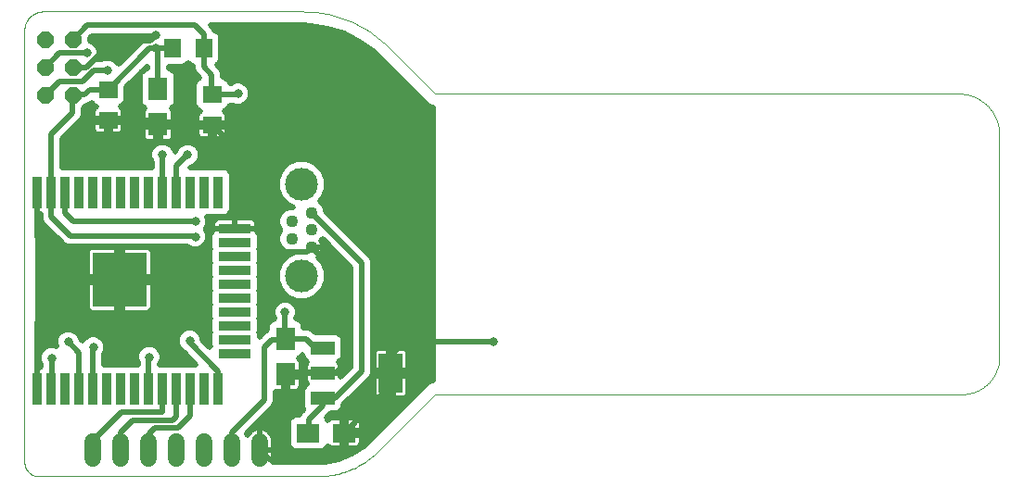
<source format=gbl>
G75*
%MOIN*%
%OFA0B0*%
%FSLAX25Y25*%
%IPPOS*%
%LPD*%
%AMOC8*
5,1,8,0,0,1.08239X$1,22.5*
%
%ADD10C,0.00000*%
%ADD11R,0.03543X0.11811*%
%ADD12R,0.11811X0.03543*%
%ADD13R,0.19685X0.19685*%
%ADD14R,0.07087X0.06299*%
%ADD15R,0.06299X0.07098*%
%ADD16OC8,0.06000*%
%ADD17C,0.06000*%
%ADD18R,0.08800X0.04800*%
%ADD19R,0.08661X0.14173*%
%ADD20R,0.08465X0.07087*%
%ADD21R,0.07087X0.08465*%
%ADD22C,0.04362*%
%ADD23C,0.11811*%
%ADD24C,0.03181*%
%ADD25C,0.01969*%
%ADD26C,0.03175*%
%ADD27C,0.05906*%
D10*
X0031261Y0021669D02*
X0131325Y0021669D01*
X0153242Y0030748D02*
X0173691Y0051197D01*
X0362808Y0051197D01*
X0362808Y0051196D02*
X0363138Y0051200D01*
X0363467Y0051212D01*
X0363796Y0051232D01*
X0364124Y0051260D01*
X0364452Y0051295D01*
X0364779Y0051339D01*
X0365104Y0051391D01*
X0365428Y0051450D01*
X0365751Y0051517D01*
X0366072Y0051592D01*
X0366391Y0051675D01*
X0366708Y0051765D01*
X0367023Y0051864D01*
X0367335Y0051969D01*
X0367644Y0052082D01*
X0367951Y0052203D01*
X0368255Y0052331D01*
X0368555Y0052466D01*
X0368853Y0052609D01*
X0369146Y0052758D01*
X0369436Y0052915D01*
X0369722Y0053079D01*
X0370004Y0053249D01*
X0370282Y0053426D01*
X0370556Y0053610D01*
X0370825Y0053801D01*
X0371089Y0053998D01*
X0371349Y0054201D01*
X0371603Y0054410D01*
X0371852Y0054626D01*
X0372096Y0054848D01*
X0372335Y0055075D01*
X0372568Y0055308D01*
X0372795Y0055547D01*
X0373017Y0055791D01*
X0373233Y0056040D01*
X0373442Y0056294D01*
X0373645Y0056554D01*
X0373842Y0056818D01*
X0374033Y0057087D01*
X0374217Y0057361D01*
X0374394Y0057639D01*
X0374564Y0057921D01*
X0374728Y0058207D01*
X0374885Y0058497D01*
X0375034Y0058790D01*
X0375177Y0059088D01*
X0375312Y0059388D01*
X0375440Y0059692D01*
X0375561Y0059999D01*
X0375674Y0060308D01*
X0375779Y0060620D01*
X0375878Y0060935D01*
X0375968Y0061252D01*
X0376051Y0061571D01*
X0376126Y0061892D01*
X0376193Y0062215D01*
X0376252Y0062539D01*
X0376304Y0062864D01*
X0376348Y0063191D01*
X0376383Y0063519D01*
X0376411Y0063847D01*
X0376431Y0064176D01*
X0376443Y0064505D01*
X0376447Y0064835D01*
X0376447Y0144657D01*
X0376443Y0145015D01*
X0376430Y0145372D01*
X0376408Y0145730D01*
X0376378Y0146086D01*
X0376339Y0146442D01*
X0376292Y0146797D01*
X0376236Y0147150D01*
X0376171Y0147502D01*
X0376098Y0147852D01*
X0376017Y0148201D01*
X0375927Y0148547D01*
X0375829Y0148891D01*
X0375722Y0149233D01*
X0375608Y0149572D01*
X0375485Y0149908D01*
X0375354Y0150241D01*
X0375215Y0150571D01*
X0375068Y0150897D01*
X0374913Y0151220D01*
X0374751Y0151539D01*
X0374581Y0151853D01*
X0374403Y0152164D01*
X0374218Y0152470D01*
X0374025Y0152772D01*
X0373826Y0153069D01*
X0373619Y0153361D01*
X0373405Y0153648D01*
X0373184Y0153930D01*
X0372957Y0154206D01*
X0372723Y0154477D01*
X0372482Y0154741D01*
X0372236Y0155001D01*
X0371983Y0155254D01*
X0371723Y0155500D01*
X0371459Y0155741D01*
X0371188Y0155975D01*
X0370912Y0156202D01*
X0370630Y0156423D01*
X0370343Y0156637D01*
X0370051Y0156844D01*
X0369754Y0157043D01*
X0369452Y0157236D01*
X0369146Y0157421D01*
X0368835Y0157599D01*
X0368521Y0157769D01*
X0368202Y0157931D01*
X0367879Y0158086D01*
X0367553Y0158233D01*
X0367223Y0158372D01*
X0366890Y0158503D01*
X0366554Y0158626D01*
X0366215Y0158740D01*
X0365873Y0158847D01*
X0365529Y0158945D01*
X0365183Y0159035D01*
X0364834Y0159116D01*
X0364484Y0159189D01*
X0364132Y0159254D01*
X0363779Y0159310D01*
X0363424Y0159357D01*
X0363068Y0159396D01*
X0362712Y0159426D01*
X0362354Y0159448D01*
X0361997Y0159461D01*
X0361639Y0159465D01*
X0173691Y0159465D01*
X0157002Y0176154D01*
X0126007Y0188992D02*
X0032774Y0188992D01*
X0032612Y0188990D01*
X0032449Y0188984D01*
X0032287Y0188974D01*
X0032125Y0188961D01*
X0031964Y0188943D01*
X0031803Y0188921D01*
X0031642Y0188896D01*
X0031483Y0188867D01*
X0031324Y0188834D01*
X0031166Y0188797D01*
X0031008Y0188756D01*
X0030852Y0188711D01*
X0030697Y0188663D01*
X0030543Y0188611D01*
X0030391Y0188555D01*
X0030240Y0188496D01*
X0030090Y0188433D01*
X0029942Y0188366D01*
X0029795Y0188296D01*
X0029651Y0188222D01*
X0029508Y0188145D01*
X0029367Y0188064D01*
X0029228Y0187980D01*
X0029091Y0187893D01*
X0028956Y0187802D01*
X0028823Y0187708D01*
X0028693Y0187611D01*
X0028565Y0187511D01*
X0028440Y0187408D01*
X0028317Y0187302D01*
X0028197Y0187193D01*
X0028079Y0187081D01*
X0027964Y0186966D01*
X0027852Y0186848D01*
X0027743Y0186728D01*
X0027637Y0186605D01*
X0027534Y0186480D01*
X0027434Y0186352D01*
X0027337Y0186222D01*
X0027243Y0186089D01*
X0027152Y0185954D01*
X0027065Y0185817D01*
X0026981Y0185678D01*
X0026900Y0185537D01*
X0026823Y0185394D01*
X0026749Y0185250D01*
X0026679Y0185103D01*
X0026612Y0184955D01*
X0026549Y0184805D01*
X0026490Y0184654D01*
X0026434Y0184502D01*
X0026382Y0184348D01*
X0026334Y0184193D01*
X0026289Y0184037D01*
X0026248Y0183879D01*
X0026211Y0183721D01*
X0026178Y0183562D01*
X0026149Y0183403D01*
X0026124Y0183242D01*
X0026102Y0183081D01*
X0026084Y0182920D01*
X0026071Y0182758D01*
X0026061Y0182596D01*
X0026055Y0182433D01*
X0026053Y0182271D01*
X0026053Y0026877D01*
X0026055Y0026733D01*
X0026061Y0026590D01*
X0026071Y0026447D01*
X0026085Y0026304D01*
X0026102Y0026162D01*
X0026124Y0026020D01*
X0026150Y0025879D01*
X0026179Y0025738D01*
X0026212Y0025599D01*
X0026250Y0025460D01*
X0026290Y0025322D01*
X0026335Y0025186D01*
X0026384Y0025051D01*
X0026436Y0024917D01*
X0026492Y0024785D01*
X0026551Y0024654D01*
X0026614Y0024525D01*
X0026681Y0024398D01*
X0026751Y0024273D01*
X0026824Y0024150D01*
X0026901Y0024028D01*
X0026981Y0023909D01*
X0027065Y0023793D01*
X0027151Y0023678D01*
X0027241Y0023566D01*
X0027334Y0023457D01*
X0027429Y0023350D01*
X0027528Y0023245D01*
X0027629Y0023144D01*
X0027734Y0023045D01*
X0027841Y0022950D01*
X0027950Y0022857D01*
X0028062Y0022767D01*
X0028177Y0022681D01*
X0028293Y0022597D01*
X0028412Y0022517D01*
X0028534Y0022440D01*
X0028657Y0022367D01*
X0028782Y0022297D01*
X0028909Y0022230D01*
X0029038Y0022167D01*
X0029169Y0022108D01*
X0029301Y0022052D01*
X0029435Y0022000D01*
X0029570Y0021951D01*
X0029706Y0021906D01*
X0029844Y0021866D01*
X0029983Y0021828D01*
X0030122Y0021795D01*
X0030263Y0021766D01*
X0030404Y0021740D01*
X0030546Y0021718D01*
X0030688Y0021701D01*
X0030831Y0021687D01*
X0030974Y0021677D01*
X0031117Y0021671D01*
X0031261Y0021669D01*
X0131325Y0021669D02*
X0132086Y0021678D01*
X0132846Y0021706D01*
X0133605Y0021753D01*
X0134363Y0021818D01*
X0135119Y0021902D01*
X0135873Y0022004D01*
X0136624Y0022125D01*
X0137372Y0022265D01*
X0138116Y0022422D01*
X0138856Y0022598D01*
X0139592Y0022792D01*
X0140323Y0023004D01*
X0141048Y0023233D01*
X0141767Y0023481D01*
X0142480Y0023746D01*
X0143187Y0024028D01*
X0143886Y0024328D01*
X0144577Y0024645D01*
X0145261Y0024979D01*
X0145936Y0025329D01*
X0146603Y0025696D01*
X0147260Y0026079D01*
X0147908Y0026478D01*
X0148545Y0026893D01*
X0149173Y0027323D01*
X0149789Y0027769D01*
X0150395Y0028229D01*
X0150989Y0028705D01*
X0151571Y0029195D01*
X0152141Y0029698D01*
X0152698Y0030216D01*
X0153242Y0030748D01*
X0157001Y0176154D02*
X0156255Y0176883D01*
X0155491Y0177594D01*
X0154711Y0178286D01*
X0153914Y0178960D01*
X0153102Y0179614D01*
X0152275Y0180249D01*
X0151432Y0180864D01*
X0150575Y0181459D01*
X0149704Y0182034D01*
X0148820Y0182587D01*
X0147923Y0183120D01*
X0147013Y0183630D01*
X0146092Y0184119D01*
X0145159Y0184586D01*
X0144215Y0185031D01*
X0143261Y0185453D01*
X0142298Y0185852D01*
X0141325Y0186228D01*
X0140343Y0186581D01*
X0139353Y0186911D01*
X0138356Y0187216D01*
X0137352Y0187498D01*
X0136341Y0187756D01*
X0135324Y0187990D01*
X0134302Y0188200D01*
X0133276Y0188385D01*
X0132245Y0188546D01*
X0131211Y0188682D01*
X0130173Y0188794D01*
X0129134Y0188880D01*
X0128093Y0188942D01*
X0127050Y0188980D01*
X0126007Y0188992D01*
D11*
X0095738Y0123913D03*
X0090738Y0123913D03*
X0085738Y0123913D03*
X0080738Y0123913D03*
X0075738Y0123913D03*
X0070738Y0123913D03*
X0065738Y0123913D03*
X0060738Y0123913D03*
X0055738Y0123913D03*
X0050738Y0123913D03*
X0045738Y0123913D03*
X0040738Y0123913D03*
X0035738Y0123913D03*
X0030738Y0123913D03*
X0030738Y0053047D03*
X0035738Y0053047D03*
X0040738Y0053047D03*
X0045738Y0053047D03*
X0050738Y0053047D03*
X0055738Y0053047D03*
X0060738Y0053047D03*
X0065738Y0053047D03*
X0070738Y0053047D03*
X0075738Y0053047D03*
X0080738Y0053047D03*
X0085738Y0053047D03*
X0090738Y0053047D03*
X0095738Y0053047D03*
D12*
X0101644Y0065980D03*
X0101644Y0070980D03*
X0101644Y0075980D03*
X0101644Y0080980D03*
X0101644Y0085980D03*
X0101644Y0090980D03*
X0101644Y0095980D03*
X0101644Y0100980D03*
X0101644Y0105980D03*
X0101644Y0110980D03*
D13*
X0060305Y0092417D03*
D14*
X0093533Y0148205D03*
X0093533Y0159228D03*
X0056211Y0160882D03*
X0056211Y0149858D03*
D15*
X0079352Y0175764D03*
X0090549Y0175764D03*
D16*
X0043652Y0178953D03*
X0033652Y0178953D03*
X0033652Y0168953D03*
X0043652Y0168953D03*
X0043652Y0158953D03*
X0033652Y0158953D03*
D17*
X0050620Y0034276D02*
X0050620Y0028276D01*
X0060620Y0028276D02*
X0060620Y0034276D01*
X0070620Y0034276D02*
X0070620Y0028276D01*
X0080620Y0028276D02*
X0080620Y0034276D01*
X0090620Y0034276D02*
X0090620Y0028276D01*
X0100620Y0028276D02*
X0100620Y0034276D01*
X0110620Y0034276D02*
X0110620Y0028276D01*
D18*
X0133381Y0049774D03*
X0133381Y0058874D03*
X0133381Y0067974D03*
D19*
X0157781Y0058874D03*
D20*
X0140915Y0037220D03*
X0128120Y0037220D03*
D21*
X0119951Y0058382D03*
X0119951Y0071177D03*
X0074085Y0148343D03*
X0074085Y0161138D03*
D22*
X0129281Y0116630D03*
X0122195Y0113480D03*
X0129281Y0110331D03*
X0129281Y0104031D03*
X0122195Y0107181D03*
D23*
X0125738Y0093795D03*
X0125738Y0126866D03*
D24*
X0194616Y0070193D03*
D25*
X0194419Y0069996D01*
X0162470Y0069996D01*
X0157781Y0065307D01*
X0157781Y0058874D01*
X0157781Y0054087D01*
X0140915Y0037220D01*
X0140915Y0032988D01*
X0135896Y0027969D01*
X0113927Y0027969D01*
X0110620Y0031276D01*
X0110620Y0039701D01*
X0119754Y0048835D01*
X0119754Y0058185D01*
X0119951Y0058382D01*
X0120443Y0058874D01*
X0133381Y0058874D01*
X0138061Y0058874D01*
X0142195Y0063008D01*
X0142195Y0091118D01*
X0129281Y0104031D01*
X0127628Y0102378D01*
X0117785Y0102378D01*
X0109183Y0110980D01*
X0101644Y0110980D01*
X0101644Y0110980D01*
X0109533Y0110980D01*
X0109533Y0109944D01*
X0110052Y0109425D01*
X0110502Y0108339D01*
X0110502Y0103621D01*
X0110444Y0103480D01*
X0110502Y0103339D01*
X0110502Y0098621D01*
X0110444Y0098480D01*
X0110502Y0098339D01*
X0110502Y0093621D01*
X0110444Y0093480D01*
X0110502Y0093339D01*
X0110502Y0088621D01*
X0110444Y0088480D01*
X0110502Y0088339D01*
X0110502Y0083621D01*
X0110444Y0083480D01*
X0110502Y0083339D01*
X0110502Y0078621D01*
X0110444Y0078480D01*
X0110502Y0078339D01*
X0110502Y0073621D01*
X0110444Y0073480D01*
X0110502Y0073339D01*
X0110502Y0071922D01*
X0111692Y0073112D01*
X0112799Y0074220D01*
X0113455Y0074491D01*
X0113455Y0075997D01*
X0113904Y0077082D01*
X0114735Y0077913D01*
X0115817Y0078361D01*
X0115817Y0078365D01*
X0115214Y0079821D01*
X0115214Y0081627D01*
X0115905Y0083296D01*
X0117182Y0084573D01*
X0118851Y0085265D01*
X0120657Y0085265D01*
X0122326Y0084573D01*
X0123603Y0083296D01*
X0124294Y0081627D01*
X0124294Y0079821D01*
X0123691Y0078365D01*
X0123691Y0078362D01*
X0124081Y0078362D01*
X0125167Y0077913D01*
X0125997Y0077082D01*
X0126447Y0075997D01*
X0126447Y0075213D01*
X0128017Y0075213D01*
X0129464Y0074613D01*
X0130572Y0073506D01*
X0130751Y0073327D01*
X0138368Y0073327D01*
X0139453Y0072877D01*
X0140284Y0072047D01*
X0140733Y0070961D01*
X0140733Y0064987D01*
X0140284Y0063901D01*
X0139453Y0063071D01*
X0138978Y0062874D01*
X0138999Y0062862D01*
X0139368Y0062492D01*
X0139630Y0062040D01*
X0139765Y0061535D01*
X0139765Y0059090D01*
X0133597Y0059090D01*
X0133597Y0058658D01*
X0139765Y0058658D01*
X0139765Y0057484D01*
X0143376Y0061095D01*
X0143376Y0096968D01*
X0133277Y0107066D01*
X0132668Y0106457D01*
X0132844Y0106215D01*
X0133142Y0105630D01*
X0133344Y0105007D01*
X0133447Y0104359D01*
X0133447Y0104032D01*
X0129282Y0104032D01*
X0129282Y0104031D01*
X0133447Y0104031D01*
X0133447Y0103704D01*
X0133344Y0103056D01*
X0133142Y0102433D01*
X0132844Y0101848D01*
X0132459Y0101318D01*
X0131995Y0100854D01*
X0131538Y0100523D01*
X0133248Y0098813D01*
X0134596Y0095557D01*
X0134596Y0092033D01*
X0133248Y0088777D01*
X0130756Y0086286D01*
X0127500Y0084937D01*
X0123976Y0084937D01*
X0120720Y0086286D01*
X0118229Y0088777D01*
X0116880Y0092033D01*
X0116880Y0095557D01*
X0118229Y0098813D01*
X0120720Y0101305D01*
X0122512Y0102047D01*
X0121174Y0102047D01*
X0119287Y0102829D01*
X0117843Y0104273D01*
X0117061Y0106160D01*
X0117061Y0108202D01*
X0117843Y0110089D01*
X0118084Y0110331D01*
X0117843Y0110572D01*
X0117061Y0112459D01*
X0117061Y0114502D01*
X0117843Y0116388D01*
X0119287Y0117833D01*
X0121174Y0118614D01*
X0122512Y0118614D01*
X0120720Y0119356D01*
X0118229Y0121848D01*
X0116880Y0125104D01*
X0116880Y0128628D01*
X0118229Y0131884D01*
X0120720Y0134376D01*
X0123976Y0135724D01*
X0127500Y0135724D01*
X0130756Y0134376D01*
X0133248Y0131884D01*
X0134596Y0128628D01*
X0134596Y0125104D01*
X0133248Y0121848D01*
X0132286Y0120886D01*
X0133634Y0119538D01*
X0134415Y0117651D01*
X0134415Y0117064D01*
X0150651Y0100829D01*
X0151250Y0099382D01*
X0151250Y0058681D01*
X0150651Y0057234D01*
X0140733Y0047317D01*
X0140733Y0046787D01*
X0140284Y0045701D01*
X0139453Y0044871D01*
X0138368Y0044421D01*
X0136263Y0044421D01*
X0134567Y0042725D01*
X0134856Y0042436D01*
X0135065Y0041930D01*
X0135095Y0041982D01*
X0135465Y0042352D01*
X0135917Y0042613D01*
X0136422Y0042748D01*
X0140128Y0042748D01*
X0140128Y0038008D01*
X0141703Y0038008D01*
X0147132Y0038008D01*
X0147132Y0041025D01*
X0146997Y0041530D01*
X0146735Y0041982D01*
X0146366Y0042352D01*
X0145914Y0042613D01*
X0145409Y0042748D01*
X0141703Y0042748D01*
X0141703Y0038008D01*
X0141703Y0036433D01*
X0147132Y0036433D01*
X0147132Y0033416D01*
X0146997Y0032911D01*
X0146735Y0032459D01*
X0146366Y0032089D01*
X0145914Y0031828D01*
X0145409Y0031693D01*
X0141703Y0031693D01*
X0141703Y0036433D01*
X0140128Y0036433D01*
X0140128Y0031693D01*
X0136422Y0031693D01*
X0135917Y0031828D01*
X0135465Y0032089D01*
X0135095Y0032459D01*
X0135065Y0032511D01*
X0134856Y0032005D01*
X0134025Y0031174D01*
X0132940Y0030724D01*
X0123300Y0030724D01*
X0122215Y0031174D01*
X0121385Y0032005D01*
X0120935Y0033090D01*
X0120935Y0041351D01*
X0121385Y0042436D01*
X0122215Y0043267D01*
X0123300Y0043717D01*
X0124806Y0043717D01*
X0125078Y0044372D01*
X0126185Y0045479D01*
X0126457Y0045751D01*
X0126028Y0046787D01*
X0126028Y0052761D01*
X0126477Y0053847D01*
X0127308Y0054677D01*
X0127783Y0054874D01*
X0127762Y0054886D01*
X0127393Y0055256D01*
X0127132Y0055708D01*
X0126996Y0056213D01*
X0126996Y0058658D01*
X0133165Y0058658D01*
X0133165Y0059090D01*
X0126996Y0059090D01*
X0126996Y0061535D01*
X0127132Y0062040D01*
X0127393Y0062492D01*
X0127762Y0062862D01*
X0127783Y0062874D01*
X0127308Y0063071D01*
X0126477Y0063901D01*
X0126028Y0064987D01*
X0126028Y0065346D01*
X0125997Y0065272D01*
X0125167Y0064442D01*
X0124660Y0064232D01*
X0124712Y0064202D01*
X0125082Y0063833D01*
X0125343Y0063380D01*
X0125478Y0062875D01*
X0125478Y0059169D01*
X0120738Y0059169D01*
X0120738Y0057594D01*
X0120738Y0052165D01*
X0123755Y0052165D01*
X0124260Y0052301D01*
X0124712Y0052562D01*
X0125082Y0052931D01*
X0125343Y0053384D01*
X0125478Y0053888D01*
X0125478Y0057594D01*
X0120738Y0057594D01*
X0119163Y0057594D01*
X0119163Y0052165D01*
X0116211Y0052165D01*
X0116211Y0048445D01*
X0115611Y0046998D01*
X0114504Y0045891D01*
X0105841Y0037228D01*
X0106150Y0036481D01*
X0106357Y0036888D01*
X0106818Y0037523D01*
X0107373Y0038077D01*
X0108008Y0038538D01*
X0108707Y0038895D01*
X0109453Y0039137D01*
X0110228Y0039260D01*
X0110604Y0039260D01*
X0110604Y0031291D01*
X0110636Y0031291D01*
X0115604Y0031291D01*
X0115604Y0034668D01*
X0115482Y0035443D01*
X0115239Y0036189D01*
X0114883Y0036888D01*
X0114422Y0037523D01*
X0113867Y0038077D01*
X0113232Y0038538D01*
X0112533Y0038895D01*
X0111787Y0039137D01*
X0111012Y0039260D01*
X0110636Y0039260D01*
X0110636Y0031291D01*
X0110636Y0031260D01*
X0115604Y0031260D01*
X0115604Y0027883D01*
X0115482Y0027108D01*
X0115334Y0026654D01*
X0131325Y0026654D01*
X0133874Y0026779D01*
X0138875Y0027774D01*
X0143586Y0029725D01*
X0147826Y0032558D01*
X0149717Y0034272D01*
X0169466Y0054020D01*
X0170868Y0055422D01*
X0172700Y0056181D01*
X0172904Y0056181D01*
X0172904Y0154480D01*
X0172700Y0154480D01*
X0170868Y0155239D01*
X0154178Y0171928D01*
X0154178Y0171928D01*
X0153477Y0172629D01*
X0151237Y0174700D01*
X0146306Y0178283D01*
X0140874Y0181051D01*
X0135076Y0182934D01*
X0129055Y0183888D01*
X0126007Y0184008D01*
X0092904Y0184008D01*
X0093887Y0183025D01*
X0094202Y0182266D01*
X0094286Y0182266D01*
X0095371Y0181816D01*
X0096202Y0180986D01*
X0096652Y0179900D01*
X0096652Y0171627D01*
X0096202Y0170542D01*
X0095381Y0169721D01*
X0095606Y0169495D01*
X0096714Y0168388D01*
X0097313Y0166941D01*
X0097313Y0165331D01*
X0097664Y0165331D01*
X0098749Y0164881D01*
X0099580Y0164051D01*
X0099947Y0163165D01*
X0100105Y0163165D01*
X0100253Y0163314D01*
X0101922Y0164005D01*
X0103728Y0164005D01*
X0105397Y0163314D01*
X0106674Y0162036D01*
X0107365Y0160368D01*
X0107365Y0158561D01*
X0106674Y0156893D01*
X0105397Y0155616D01*
X0103728Y0154924D01*
X0101922Y0154924D01*
X0101036Y0155291D01*
X0099947Y0155291D01*
X0099580Y0154406D01*
X0098749Y0153576D01*
X0097846Y0153201D01*
X0098295Y0152942D01*
X0098665Y0152573D01*
X0098926Y0152120D01*
X0099061Y0151616D01*
X0099061Y0148795D01*
X0094124Y0148795D01*
X0094124Y0147614D01*
X0094124Y0143071D01*
X0097338Y0143071D01*
X0097843Y0143206D01*
X0098295Y0143467D01*
X0098665Y0143837D01*
X0098926Y0144289D01*
X0099061Y0144794D01*
X0099061Y0147614D01*
X0094124Y0147614D01*
X0092943Y0147614D01*
X0092943Y0143071D01*
X0089729Y0143071D01*
X0089224Y0143206D01*
X0088772Y0143467D01*
X0088402Y0143837D01*
X0088141Y0144289D01*
X0088006Y0144794D01*
X0088006Y0147614D01*
X0092943Y0147614D01*
X0092943Y0148795D01*
X0088006Y0148795D01*
X0088006Y0151616D01*
X0088141Y0152120D01*
X0088402Y0152573D01*
X0088772Y0152942D01*
X0089221Y0153201D01*
X0088318Y0153576D01*
X0087487Y0154406D01*
X0087037Y0155491D01*
X0087037Y0162965D01*
X0087487Y0164051D01*
X0088318Y0164881D01*
X0088860Y0165106D01*
X0087212Y0166754D01*
X0086612Y0168201D01*
X0086612Y0169345D01*
X0085727Y0169711D01*
X0084951Y0170488D01*
X0084175Y0169711D01*
X0083089Y0169262D01*
X0078022Y0169262D01*
X0078022Y0168323D01*
X0078215Y0168323D01*
X0079301Y0167873D01*
X0080131Y0167043D01*
X0080581Y0165957D01*
X0080581Y0156318D01*
X0080131Y0155233D01*
X0079301Y0154402D01*
X0078794Y0154193D01*
X0078846Y0154163D01*
X0079216Y0153793D01*
X0079477Y0153341D01*
X0079612Y0152836D01*
X0079612Y0149130D01*
X0074872Y0149130D01*
X0074872Y0147555D01*
X0074872Y0142126D01*
X0077889Y0142126D01*
X0078394Y0142261D01*
X0078846Y0142522D01*
X0079216Y0142892D01*
X0079477Y0143344D01*
X0079612Y0143849D01*
X0079612Y0147555D01*
X0074872Y0147555D01*
X0073297Y0147555D01*
X0068557Y0147555D01*
X0068557Y0143849D01*
X0068692Y0143344D01*
X0068954Y0142892D01*
X0069323Y0142522D01*
X0069775Y0142261D01*
X0070280Y0142126D01*
X0073297Y0142126D01*
X0073297Y0147555D01*
X0073297Y0149130D01*
X0068557Y0149130D01*
X0068557Y0152836D01*
X0068692Y0153341D01*
X0068954Y0153793D01*
X0069323Y0154163D01*
X0069375Y0154193D01*
X0068869Y0154402D01*
X0068038Y0155233D01*
X0067589Y0156318D01*
X0067589Y0165957D01*
X0068038Y0167043D01*
X0068869Y0167873D01*
X0069954Y0168323D01*
X0070148Y0168323D01*
X0070148Y0169251D01*
X0062707Y0161810D01*
X0062707Y0157145D01*
X0062257Y0156060D01*
X0061427Y0155229D01*
X0060523Y0154855D01*
X0060972Y0154596D01*
X0061342Y0154226D01*
X0061603Y0153774D01*
X0061738Y0153269D01*
X0061738Y0150449D01*
X0056801Y0150449D01*
X0056801Y0149268D01*
X0061738Y0149268D01*
X0061738Y0146447D01*
X0061603Y0145943D01*
X0061342Y0145490D01*
X0060972Y0145121D01*
X0060520Y0144860D01*
X0060015Y0144724D01*
X0056801Y0144724D01*
X0056801Y0149268D01*
X0055620Y0149268D01*
X0050683Y0149268D01*
X0050683Y0146447D01*
X0050818Y0145943D01*
X0051080Y0145490D01*
X0051449Y0145121D01*
X0051901Y0144860D01*
X0052406Y0144724D01*
X0055620Y0144724D01*
X0055620Y0149268D01*
X0055620Y0150449D01*
X0050683Y0150449D01*
X0050683Y0153269D01*
X0050818Y0153774D01*
X0051080Y0154226D01*
X0051449Y0154596D01*
X0051898Y0154855D01*
X0050995Y0155229D01*
X0050214Y0156010D01*
X0049937Y0155733D01*
X0048490Y0155134D01*
X0048251Y0155134D01*
X0047313Y0154196D01*
X0047313Y0151595D01*
X0046714Y0150148D01*
X0045606Y0149040D01*
X0039675Y0143109D01*
X0039675Y0132772D01*
X0043097Y0132772D01*
X0043238Y0132713D01*
X0043379Y0132772D01*
X0048097Y0132772D01*
X0048238Y0132713D01*
X0048379Y0132772D01*
X0053097Y0132772D01*
X0053238Y0132713D01*
X0053379Y0132772D01*
X0058097Y0132772D01*
X0058238Y0132713D01*
X0058379Y0132772D01*
X0063097Y0132772D01*
X0063238Y0132713D01*
X0063379Y0132772D01*
X0068097Y0132772D01*
X0068238Y0132713D01*
X0068379Y0132772D01*
X0071801Y0132772D01*
X0071801Y0134868D01*
X0071119Y0136514D01*
X0071119Y0138320D01*
X0071810Y0139989D01*
X0073088Y0141266D01*
X0074756Y0141957D01*
X0076563Y0141957D01*
X0078231Y0141266D01*
X0079508Y0139989D01*
X0080156Y0138426D01*
X0080262Y0138533D01*
X0080866Y0139989D01*
X0082143Y0141266D01*
X0083811Y0141957D01*
X0085618Y0141957D01*
X0087286Y0141266D01*
X0088564Y0139989D01*
X0089255Y0138320D01*
X0089255Y0136514D01*
X0088564Y0134846D01*
X0087286Y0133568D01*
X0085830Y0132965D01*
X0085637Y0132772D01*
X0088097Y0132772D01*
X0088238Y0132713D01*
X0088379Y0132772D01*
X0093097Y0132772D01*
X0093238Y0132713D01*
X0093379Y0132772D01*
X0098097Y0132772D01*
X0099182Y0132322D01*
X0100013Y0131491D01*
X0100463Y0130406D01*
X0100463Y0117421D01*
X0100013Y0116335D01*
X0099182Y0115505D01*
X0098097Y0115055D01*
X0093379Y0115055D01*
X0093238Y0115114D01*
X0093097Y0115055D01*
X0091700Y0115055D01*
X0092011Y0114305D01*
X0092011Y0112498D01*
X0091319Y0110830D01*
X0091135Y0110646D01*
X0091319Y0110462D01*
X0092011Y0108793D01*
X0092011Y0106987D01*
X0091319Y0105318D01*
X0090042Y0104041D01*
X0088374Y0103350D01*
X0086567Y0103350D01*
X0084899Y0104041D01*
X0084593Y0104346D01*
X0041805Y0104346D01*
X0040358Y0104946D01*
X0039251Y0106053D01*
X0039251Y0106053D01*
X0032401Y0112904D01*
X0031801Y0114351D01*
X0031801Y0115997D01*
X0031775Y0116024D01*
X0031037Y0116024D01*
X0031037Y0060937D01*
X0031775Y0060937D01*
X0031959Y0061121D01*
X0031959Y0061830D01*
X0031356Y0063286D01*
X0031356Y0065092D01*
X0032047Y0066761D01*
X0033324Y0068038D01*
X0034993Y0068729D01*
X0036799Y0068729D01*
X0037588Y0068402D01*
X0037261Y0069191D01*
X0037261Y0070998D01*
X0037952Y0072666D01*
X0039229Y0073943D01*
X0040898Y0074635D01*
X0042704Y0074635D01*
X0044373Y0073943D01*
X0045650Y0072666D01*
X0046253Y0071210D01*
X0046937Y0070527D01*
X0047007Y0070698D01*
X0048284Y0071975D01*
X0049953Y0072666D01*
X0051759Y0072666D01*
X0053428Y0071975D01*
X0054705Y0070698D01*
X0055396Y0069029D01*
X0055396Y0067223D01*
X0054705Y0065554D01*
X0054675Y0065524D01*
X0054675Y0061905D01*
X0058097Y0061905D01*
X0058238Y0061847D01*
X0058379Y0061905D01*
X0063097Y0061905D01*
X0063238Y0061847D01*
X0063379Y0061905D01*
X0066801Y0061905D01*
X0066801Y0062699D01*
X0066395Y0063680D01*
X0066395Y0065486D01*
X0067086Y0067154D01*
X0068363Y0068432D01*
X0070032Y0069123D01*
X0071838Y0069123D01*
X0073507Y0068432D01*
X0074784Y0067154D01*
X0075475Y0065486D01*
X0075475Y0063680D01*
X0074784Y0062011D01*
X0074679Y0061905D01*
X0078097Y0061905D01*
X0078238Y0061847D01*
X0078379Y0061905D01*
X0083097Y0061905D01*
X0083238Y0061847D01*
X0083379Y0061905D01*
X0087729Y0061905D01*
X0083272Y0066363D01*
X0083042Y0066593D01*
X0082930Y0066639D01*
X0081653Y0067916D01*
X0080962Y0069585D01*
X0080962Y0071391D01*
X0081653Y0073060D01*
X0082930Y0074337D01*
X0084599Y0075028D01*
X0086405Y0075028D01*
X0088074Y0074337D01*
X0089351Y0073060D01*
X0090042Y0071391D01*
X0090042Y0070728D01*
X0092785Y0067985D01*
X0092785Y0068339D01*
X0092844Y0068480D01*
X0092785Y0068621D01*
X0092785Y0073339D01*
X0092844Y0073480D01*
X0092785Y0073621D01*
X0092785Y0078339D01*
X0092844Y0078480D01*
X0092785Y0078621D01*
X0092785Y0083339D01*
X0092844Y0083480D01*
X0092785Y0083621D01*
X0092785Y0088339D01*
X0092844Y0088480D01*
X0092785Y0088621D01*
X0092785Y0093339D01*
X0092844Y0093480D01*
X0092785Y0093621D01*
X0092785Y0098339D01*
X0092844Y0098480D01*
X0092785Y0098621D01*
X0092785Y0103339D01*
X0092844Y0103480D01*
X0092785Y0103621D01*
X0092785Y0108339D01*
X0093235Y0109425D01*
X0093754Y0109944D01*
X0093754Y0110980D01*
X0101644Y0110980D01*
X0109533Y0110980D01*
X0109533Y0113013D01*
X0109398Y0113518D01*
X0109137Y0113970D01*
X0108768Y0114340D01*
X0108315Y0114601D01*
X0107810Y0114736D01*
X0101644Y0114736D01*
X0101644Y0110980D01*
X0101644Y0140094D01*
X0093533Y0148205D01*
X0093396Y0148343D01*
X0107648Y0148343D01*
X0107943Y0148047D01*
X0107943Y0173244D01*
X0099970Y0179445D01*
X0096652Y0178932D02*
X0145032Y0178932D01*
X0148120Y0176965D02*
X0096652Y0176965D01*
X0096652Y0174998D02*
X0150827Y0174998D01*
X0153043Y0173031D02*
X0096652Y0173031D01*
X0096418Y0171064D02*
X0155043Y0171064D01*
X0157010Y0169097D02*
X0096004Y0169097D01*
X0097235Y0167130D02*
X0158977Y0167130D01*
X0160944Y0165163D02*
X0098069Y0165163D01*
X0099934Y0163196D02*
X0100135Y0163196D01*
X0093376Y0166157D02*
X0093376Y0159386D01*
X0093533Y0159228D01*
X0102589Y0159228D01*
X0102825Y0159465D01*
X0107008Y0161229D02*
X0164878Y0161229D01*
X0166845Y0159262D02*
X0107365Y0159262D01*
X0106840Y0157295D02*
X0168812Y0157295D01*
X0170779Y0155328D02*
X0104702Y0155328D01*
X0098231Y0153361D02*
X0172904Y0153361D01*
X0172904Y0151394D02*
X0099061Y0151394D01*
X0099061Y0149427D02*
X0172904Y0149427D01*
X0172904Y0147460D02*
X0099061Y0147460D01*
X0099061Y0145493D02*
X0172904Y0145493D01*
X0172904Y0143526D02*
X0098354Y0143526D01*
X0094124Y0143526D02*
X0092943Y0143526D01*
X0092943Y0145493D02*
X0094124Y0145493D01*
X0094124Y0147460D02*
X0092943Y0147460D01*
X0093396Y0148343D02*
X0074085Y0148343D01*
X0072569Y0149858D01*
X0056211Y0149858D01*
X0055974Y0149622D01*
X0055974Y0139780D01*
X0055620Y0145493D02*
X0056801Y0145493D01*
X0056801Y0147460D02*
X0055620Y0147460D01*
X0055620Y0149427D02*
X0045993Y0149427D01*
X0047230Y0151394D02*
X0050683Y0151394D01*
X0050708Y0153361D02*
X0047313Y0153361D01*
X0048958Y0155328D02*
X0050896Y0155328D01*
X0047707Y0159071D02*
X0043770Y0159071D01*
X0043652Y0158953D01*
X0043376Y0158677D01*
X0043376Y0152378D01*
X0035738Y0144740D01*
X0035738Y0123913D01*
X0035738Y0115134D01*
X0042589Y0108283D01*
X0087077Y0108283D01*
X0087470Y0107890D01*
X0091665Y0106153D02*
X0092785Y0106153D01*
X0092785Y0108120D02*
X0092011Y0108120D01*
X0091475Y0110087D02*
X0093754Y0110087D01*
X0093754Y0110980D02*
X0101644Y0110980D01*
X0101644Y0110980D01*
X0101644Y0110980D01*
X0101644Y0114736D01*
X0095477Y0114736D01*
X0094972Y0114601D01*
X0094520Y0114340D01*
X0094150Y0113970D01*
X0093889Y0113518D01*
X0093754Y0113013D01*
X0093754Y0110980D01*
X0093754Y0112054D02*
X0091826Y0112054D01*
X0092011Y0114021D02*
X0094201Y0114021D01*
X0099665Y0115988D02*
X0117677Y0115988D01*
X0117061Y0114021D02*
X0109087Y0114021D01*
X0109533Y0112054D02*
X0117229Y0112054D01*
X0117842Y0110087D02*
X0109533Y0110087D01*
X0110502Y0108120D02*
X0117061Y0108120D01*
X0117064Y0106153D02*
X0110502Y0106153D01*
X0110502Y0104186D02*
X0117930Y0104186D01*
X0120760Y0102218D02*
X0110502Y0102218D01*
X0110502Y0100251D02*
X0119667Y0100251D01*
X0118010Y0098284D02*
X0110502Y0098284D01*
X0110502Y0096317D02*
X0117195Y0096317D01*
X0116880Y0094350D02*
X0110502Y0094350D01*
X0110502Y0092383D02*
X0116880Y0092383D01*
X0117550Y0090416D02*
X0110502Y0090416D01*
X0110456Y0088449D02*
X0118557Y0088449D01*
X0120524Y0086482D02*
X0110502Y0086482D01*
X0110502Y0084515D02*
X0117124Y0084515D01*
X0115595Y0082548D02*
X0110502Y0082548D01*
X0110502Y0080581D02*
X0115214Y0080581D01*
X0115714Y0078614D02*
X0110499Y0078614D01*
X0110502Y0076647D02*
X0113724Y0076647D01*
X0113455Y0074680D02*
X0110502Y0074680D01*
X0110502Y0072713D02*
X0111293Y0072713D01*
X0115030Y0070882D02*
X0119656Y0070882D01*
X0119951Y0071177D01*
X0120049Y0071276D01*
X0120541Y0071276D01*
X0119754Y0072063D01*
X0119754Y0080724D01*
X0123913Y0082548D02*
X0143376Y0082548D01*
X0143376Y0080581D02*
X0124294Y0080581D01*
X0123794Y0078614D02*
X0143376Y0078614D01*
X0143376Y0076647D02*
X0126177Y0076647D01*
X0129302Y0074680D02*
X0143376Y0074680D01*
X0143376Y0072713D02*
X0139617Y0072713D01*
X0140733Y0070746D02*
X0143376Y0070746D01*
X0143376Y0068779D02*
X0140733Y0068779D01*
X0140733Y0066812D02*
X0143376Y0066812D01*
X0143376Y0064845D02*
X0140675Y0064845D01*
X0138988Y0062878D02*
X0143376Y0062878D01*
X0143192Y0060911D02*
X0139765Y0060911D01*
X0141225Y0058944D02*
X0133597Y0058944D01*
X0133165Y0058944D02*
X0120738Y0058944D01*
X0120738Y0056977D02*
X0119163Y0056977D01*
X0119163Y0055010D02*
X0120738Y0055010D01*
X0120738Y0053043D02*
X0119163Y0053043D01*
X0116211Y0051076D02*
X0126028Y0051076D01*
X0126028Y0049109D02*
X0116211Y0049109D01*
X0115671Y0047142D02*
X0126028Y0047142D01*
X0125881Y0045175D02*
X0113788Y0045175D01*
X0111821Y0043208D02*
X0122156Y0043208D01*
X0120935Y0041241D02*
X0109854Y0041241D01*
X0107887Y0039274D02*
X0120935Y0039274D01*
X0120935Y0037307D02*
X0114579Y0037307D01*
X0115498Y0035340D02*
X0120935Y0035340D01*
X0120935Y0033373D02*
X0115604Y0033373D01*
X0115604Y0031406D02*
X0121983Y0031406D01*
X0115604Y0029439D02*
X0142896Y0029439D01*
X0146102Y0031406D02*
X0134257Y0031406D01*
X0140128Y0033373D02*
X0141703Y0033373D01*
X0141703Y0035340D02*
X0140128Y0035340D01*
X0141703Y0037307D02*
X0152752Y0037307D01*
X0150785Y0035340D02*
X0147132Y0035340D01*
X0147120Y0033373D02*
X0148725Y0033373D01*
X0147132Y0039274D02*
X0154719Y0039274D01*
X0156686Y0041241D02*
X0147074Y0041241D01*
X0141703Y0041241D02*
X0140128Y0041241D01*
X0140128Y0039274D02*
X0141703Y0039274D01*
X0139758Y0045175D02*
X0160620Y0045175D01*
X0158653Y0043208D02*
X0135049Y0043208D01*
X0133381Y0047107D02*
X0128415Y0042142D01*
X0128415Y0037516D01*
X0128120Y0037220D01*
X0133381Y0047107D02*
X0133381Y0049774D01*
X0137622Y0049774D01*
X0147313Y0059465D01*
X0147313Y0098598D01*
X0129281Y0116630D01*
X0134290Y0117955D02*
X0172904Y0117955D01*
X0172904Y0119922D02*
X0133250Y0119922D01*
X0133265Y0121889D02*
X0172904Y0121889D01*
X0172904Y0123856D02*
X0134079Y0123856D01*
X0134596Y0125823D02*
X0172904Y0125823D01*
X0172904Y0127790D02*
X0134596Y0127790D01*
X0134129Y0129757D02*
X0172904Y0129757D01*
X0172904Y0131724D02*
X0133314Y0131724D01*
X0131441Y0133691D02*
X0172904Y0133691D01*
X0172904Y0135658D02*
X0127661Y0135658D01*
X0123815Y0135658D02*
X0088900Y0135658D01*
X0089255Y0137625D02*
X0172904Y0137625D01*
X0172904Y0139592D02*
X0088728Y0139592D01*
X0086580Y0141559D02*
X0172904Y0141559D01*
X0162911Y0163196D02*
X0105514Y0163196D01*
X0093376Y0166157D02*
X0090549Y0168984D01*
X0090549Y0175764D01*
X0090549Y0180795D01*
X0087337Y0184008D01*
X0048707Y0184008D01*
X0043652Y0178953D01*
X0049604Y0178932D02*
X0068693Y0178932D01*
X0068862Y0179101D02*
X0059894Y0170133D01*
X0059823Y0170304D01*
X0058546Y0171581D01*
X0056877Y0172272D01*
X0055071Y0172272D01*
X0053615Y0171669D01*
X0052430Y0171669D01*
X0053034Y0173128D01*
X0053034Y0174935D01*
X0052343Y0176603D01*
X0051066Y0177880D01*
X0049604Y0178486D01*
X0049604Y0179338D01*
X0050337Y0180071D01*
X0071831Y0180071D01*
X0070938Y0179701D01*
X0070309Y0179701D01*
X0068862Y0179101D01*
X0071299Y0178332D02*
X0057824Y0178332D01*
X0048444Y0168953D01*
X0043652Y0168953D01*
X0046919Y0163795D02*
X0050856Y0167732D01*
X0055974Y0167732D01*
X0059063Y0171064D02*
X0060825Y0171064D01*
X0062792Y0173031D02*
X0052994Y0173031D01*
X0053008Y0174998D02*
X0064759Y0174998D01*
X0066726Y0176965D02*
X0051981Y0176965D01*
X0048494Y0174031D02*
X0038730Y0174031D01*
X0033652Y0168953D01*
X0038494Y0163795D02*
X0046919Y0163795D01*
X0049518Y0160882D02*
X0047707Y0159071D01*
X0049518Y0160882D02*
X0056211Y0160882D01*
X0071093Y0175764D01*
X0073297Y0175764D01*
X0074085Y0175764D01*
X0074085Y0161138D01*
X0080581Y0161229D02*
X0087037Y0161229D01*
X0087037Y0159262D02*
X0080581Y0159262D01*
X0080581Y0157295D02*
X0087037Y0157295D01*
X0087105Y0155328D02*
X0080171Y0155328D01*
X0079465Y0153361D02*
X0088836Y0153361D01*
X0088006Y0151394D02*
X0079612Y0151394D01*
X0079612Y0149427D02*
X0088006Y0149427D01*
X0088006Y0147460D02*
X0079612Y0147460D01*
X0079612Y0145493D02*
X0088006Y0145493D01*
X0088713Y0143526D02*
X0079526Y0143526D01*
X0077525Y0141559D02*
X0082849Y0141559D01*
X0080701Y0139592D02*
X0079673Y0139592D01*
X0075738Y0137339D02*
X0075659Y0137417D01*
X0075738Y0137339D02*
X0075738Y0123913D01*
X0080738Y0123913D02*
X0080738Y0133441D01*
X0084715Y0137417D01*
X0087409Y0133691D02*
X0120035Y0133691D01*
X0118162Y0131724D02*
X0099781Y0131724D01*
X0100463Y0129757D02*
X0117347Y0129757D01*
X0116880Y0127790D02*
X0100463Y0127790D01*
X0100463Y0125823D02*
X0116880Y0125823D01*
X0117397Y0123856D02*
X0100463Y0123856D01*
X0100463Y0121889D02*
X0118212Y0121889D01*
X0120155Y0119922D02*
X0100463Y0119922D01*
X0100463Y0117955D02*
X0119581Y0117955D01*
X0135492Y0115988D02*
X0172904Y0115988D01*
X0172904Y0114021D02*
X0137459Y0114021D01*
X0139426Y0112054D02*
X0172904Y0112054D01*
X0172904Y0110087D02*
X0141393Y0110087D01*
X0143360Y0108120D02*
X0172904Y0108120D01*
X0172904Y0106153D02*
X0145327Y0106153D01*
X0147294Y0104186D02*
X0172904Y0104186D01*
X0172904Y0102218D02*
X0149261Y0102218D01*
X0150890Y0100251D02*
X0172904Y0100251D01*
X0172904Y0098284D02*
X0151250Y0098284D01*
X0151250Y0096317D02*
X0172904Y0096317D01*
X0172904Y0094350D02*
X0151250Y0094350D01*
X0151250Y0092383D02*
X0172904Y0092383D01*
X0172904Y0090416D02*
X0151250Y0090416D01*
X0151250Y0088449D02*
X0172904Y0088449D01*
X0172904Y0086482D02*
X0151250Y0086482D01*
X0151250Y0084515D02*
X0172904Y0084515D01*
X0172904Y0082548D02*
X0151250Y0082548D01*
X0151250Y0080581D02*
X0172904Y0080581D01*
X0172904Y0078614D02*
X0151250Y0078614D01*
X0151250Y0076647D02*
X0172904Y0076647D01*
X0172904Y0074680D02*
X0151250Y0074680D01*
X0151250Y0072713D02*
X0172904Y0072713D01*
X0172904Y0070746D02*
X0151250Y0070746D01*
X0151250Y0068779D02*
X0172904Y0068779D01*
X0172904Y0066812D02*
X0163912Y0066812D01*
X0163961Y0066727D02*
X0163700Y0067179D01*
X0163331Y0067548D01*
X0162878Y0067810D01*
X0162373Y0067945D01*
X0158766Y0067945D01*
X0158766Y0059858D01*
X0164096Y0059858D01*
X0164096Y0066222D01*
X0163961Y0066727D01*
X0164096Y0064845D02*
X0172904Y0064845D01*
X0172904Y0062878D02*
X0164096Y0062878D01*
X0164096Y0060911D02*
X0172904Y0060911D01*
X0172904Y0058944D02*
X0158766Y0058944D01*
X0158766Y0059858D02*
X0158766Y0057890D01*
X0164096Y0057890D01*
X0164096Y0051526D01*
X0163961Y0051022D01*
X0163700Y0050569D01*
X0163331Y0050200D01*
X0162878Y0049938D01*
X0162373Y0049803D01*
X0158766Y0049803D01*
X0158766Y0057890D01*
X0156797Y0057890D01*
X0151467Y0057890D01*
X0151467Y0051526D01*
X0151602Y0051022D01*
X0151863Y0050569D01*
X0152232Y0050200D01*
X0152685Y0049938D01*
X0153190Y0049803D01*
X0156797Y0049803D01*
X0156797Y0057890D01*
X0156797Y0059858D01*
X0151467Y0059858D01*
X0151467Y0066222D01*
X0151602Y0066727D01*
X0151863Y0067179D01*
X0152232Y0067548D01*
X0152685Y0067810D01*
X0153190Y0067945D01*
X0156797Y0067945D01*
X0156797Y0059858D01*
X0158766Y0059858D01*
X0158766Y0060911D02*
X0156797Y0060911D01*
X0156797Y0058944D02*
X0151250Y0058944D01*
X0151250Y0060911D02*
X0151467Y0060911D01*
X0151467Y0062878D02*
X0151250Y0062878D01*
X0151250Y0064845D02*
X0151467Y0064845D01*
X0151651Y0066812D02*
X0151250Y0066812D01*
X0156797Y0066812D02*
X0158766Y0066812D01*
X0158766Y0064845D02*
X0156797Y0064845D01*
X0156797Y0062878D02*
X0158766Y0062878D01*
X0158766Y0056977D02*
X0156797Y0056977D01*
X0156797Y0055010D02*
X0158766Y0055010D01*
X0158766Y0053043D02*
X0156797Y0053043D01*
X0156797Y0051076D02*
X0158766Y0051076D01*
X0163976Y0051076D02*
X0166521Y0051076D01*
X0164554Y0049109D02*
X0142525Y0049109D01*
X0140733Y0047142D02*
X0162587Y0047142D01*
X0164096Y0053043D02*
X0168488Y0053043D01*
X0170455Y0055010D02*
X0164096Y0055010D01*
X0164096Y0056977D02*
X0172904Y0056977D01*
X0151467Y0056977D02*
X0150393Y0056977D01*
X0151467Y0055010D02*
X0148426Y0055010D01*
X0146459Y0053043D02*
X0151467Y0053043D01*
X0151587Y0051076D02*
X0144492Y0051076D01*
X0127638Y0055010D02*
X0125478Y0055010D01*
X0125478Y0056977D02*
X0126996Y0056977D01*
X0126996Y0060911D02*
X0125478Y0060911D01*
X0125478Y0062878D02*
X0127773Y0062878D01*
X0126087Y0064845D02*
X0125570Y0064845D01*
X0130536Y0067974D02*
X0127234Y0071276D01*
X0120541Y0071276D01*
X0115030Y0070882D02*
X0112274Y0068126D01*
X0112274Y0049228D01*
X0100620Y0037575D01*
X0100620Y0031276D01*
X0110604Y0031406D02*
X0110636Y0031406D01*
X0110604Y0033373D02*
X0110636Y0033373D01*
X0110604Y0035340D02*
X0110636Y0035340D01*
X0110604Y0037307D02*
X0110636Y0037307D01*
X0106662Y0037307D02*
X0105920Y0037307D01*
X0115539Y0027472D02*
X0137359Y0027472D01*
X0126145Y0053043D02*
X0125146Y0053043D01*
X0130536Y0067974D02*
X0133381Y0067974D01*
X0130953Y0086482D02*
X0143376Y0086482D01*
X0143376Y0084515D02*
X0122384Y0084515D01*
X0132920Y0088449D02*
X0143376Y0088449D01*
X0143376Y0090416D02*
X0133927Y0090416D01*
X0134596Y0092383D02*
X0143376Y0092383D01*
X0143376Y0094350D02*
X0134596Y0094350D01*
X0134282Y0096317D02*
X0143376Y0096317D01*
X0142059Y0098284D02*
X0133467Y0098284D01*
X0131809Y0100251D02*
X0140092Y0100251D01*
X0138125Y0102218D02*
X0133033Y0102218D01*
X0133447Y0104186D02*
X0136158Y0104186D01*
X0134191Y0106153D02*
X0132876Y0106153D01*
X0101644Y0112054D02*
X0101644Y0112054D01*
X0101644Y0114021D02*
X0101644Y0114021D01*
X0092785Y0104186D02*
X0090187Y0104186D01*
X0092785Y0102218D02*
X0072132Y0102218D01*
X0072132Y0102521D02*
X0071997Y0103026D01*
X0071735Y0103478D01*
X0071366Y0103848D01*
X0070914Y0104109D01*
X0070409Y0104244D01*
X0061289Y0104244D01*
X0061289Y0093402D01*
X0059321Y0093402D01*
X0059321Y0104244D01*
X0050201Y0104244D01*
X0049697Y0104109D01*
X0049244Y0103848D01*
X0048875Y0103478D01*
X0048614Y0103026D01*
X0048478Y0102521D01*
X0048478Y0093402D01*
X0059321Y0093402D01*
X0059321Y0091433D01*
X0061289Y0091433D01*
X0061289Y0080591D01*
X0070409Y0080591D01*
X0070914Y0080726D01*
X0071366Y0080987D01*
X0071735Y0081356D01*
X0071997Y0081809D01*
X0072132Y0082314D01*
X0072132Y0091433D01*
X0061289Y0091433D01*
X0061289Y0093402D01*
X0072132Y0093402D01*
X0072132Y0102521D01*
X0070627Y0104186D02*
X0084754Y0104186D01*
X0092785Y0100251D02*
X0072132Y0100251D01*
X0072132Y0098284D02*
X0092785Y0098284D01*
X0092785Y0096317D02*
X0072132Y0096317D01*
X0072132Y0094350D02*
X0092785Y0094350D01*
X0092785Y0092383D02*
X0061289Y0092383D01*
X0061289Y0090416D02*
X0059321Y0090416D01*
X0059321Y0091433D02*
X0059321Y0080591D01*
X0050201Y0080591D01*
X0049697Y0080726D01*
X0049244Y0080987D01*
X0048875Y0081356D01*
X0048614Y0081809D01*
X0048478Y0082314D01*
X0048478Y0091433D01*
X0059321Y0091433D01*
X0059321Y0092383D02*
X0031037Y0092383D01*
X0031037Y0090416D02*
X0048478Y0090416D01*
X0048478Y0088449D02*
X0031037Y0088449D01*
X0031037Y0086482D02*
X0048478Y0086482D01*
X0048478Y0084515D02*
X0031037Y0084515D01*
X0031037Y0082548D02*
X0048478Y0082548D01*
X0059321Y0082548D02*
X0061289Y0082548D01*
X0061289Y0084515D02*
X0059321Y0084515D01*
X0059321Y0086482D02*
X0061289Y0086482D01*
X0061289Y0088449D02*
X0059321Y0088449D01*
X0059321Y0094350D02*
X0061289Y0094350D01*
X0061289Y0096317D02*
X0059321Y0096317D01*
X0059321Y0098284D02*
X0061289Y0098284D01*
X0061289Y0100251D02*
X0059321Y0100251D01*
X0059321Y0102218D02*
X0061289Y0102218D01*
X0061289Y0104186D02*
X0059321Y0104186D01*
X0049983Y0104186D02*
X0031037Y0104186D01*
X0031037Y0106153D02*
X0039152Y0106153D01*
X0037185Y0108120D02*
X0031037Y0108120D01*
X0030738Y0107929D02*
X0046132Y0092535D01*
X0030738Y0077142D01*
X0030738Y0053047D01*
X0035738Y0053047D02*
X0035896Y0053205D01*
X0035896Y0064189D01*
X0031524Y0062878D02*
X0031037Y0062878D01*
X0031037Y0064845D02*
X0031356Y0064845D01*
X0031037Y0066812D02*
X0032098Y0066812D01*
X0031037Y0068779D02*
X0037432Y0068779D01*
X0037261Y0070746D02*
X0031037Y0070746D01*
X0031037Y0072713D02*
X0037999Y0072713D01*
X0041801Y0070094D02*
X0045738Y0066157D01*
X0045738Y0053047D01*
X0050738Y0053047D02*
X0050738Y0068008D01*
X0050856Y0068126D01*
X0055226Y0066812D02*
X0066944Y0066812D01*
X0066395Y0064845D02*
X0054675Y0064845D01*
X0054675Y0062878D02*
X0066727Y0062878D01*
X0070738Y0064386D02*
X0070935Y0064583D01*
X0070738Y0064386D02*
X0070738Y0053047D01*
X0075659Y0052969D02*
X0075659Y0044898D01*
X0061093Y0044898D01*
X0050856Y0034661D01*
X0050856Y0031512D01*
X0050620Y0031276D01*
X0060620Y0031276D02*
X0060699Y0031354D01*
X0060699Y0037417D01*
X0065030Y0041748D01*
X0079203Y0041748D01*
X0080738Y0043283D01*
X0080738Y0053047D01*
X0085738Y0053047D02*
X0085738Y0043559D01*
X0081171Y0038992D01*
X0072904Y0038992D01*
X0070935Y0037024D01*
X0070935Y0031591D01*
X0070620Y0031276D01*
X0075659Y0052969D02*
X0075738Y0053047D01*
X0075143Y0062878D02*
X0086757Y0062878D01*
X0084790Y0064845D02*
X0075475Y0064845D01*
X0074926Y0066812D02*
X0082757Y0066812D01*
X0081296Y0068779D02*
X0072668Y0068779D01*
X0069202Y0068779D02*
X0055396Y0068779D01*
X0054657Y0070746D02*
X0080962Y0070746D01*
X0081509Y0072713D02*
X0045603Y0072713D01*
X0046717Y0070746D02*
X0047056Y0070746D01*
X0031037Y0074680D02*
X0083759Y0074680D01*
X0087245Y0074680D02*
X0092785Y0074680D01*
X0092785Y0072713D02*
X0089495Y0072713D01*
X0090042Y0070746D02*
X0092785Y0070746D01*
X0092785Y0068779D02*
X0091991Y0068779D01*
X0085502Y0069701D02*
X0085502Y0070488D01*
X0085502Y0069701D02*
X0095738Y0059465D01*
X0095738Y0053047D01*
X0092785Y0076647D02*
X0031037Y0076647D01*
X0031037Y0078614D02*
X0092788Y0078614D01*
X0092785Y0080581D02*
X0031037Y0080581D01*
X0031037Y0094350D02*
X0048478Y0094350D01*
X0048478Y0096317D02*
X0031037Y0096317D01*
X0031037Y0098284D02*
X0048478Y0098284D01*
X0048478Y0100251D02*
X0031037Y0100251D01*
X0031037Y0102218D02*
X0048478Y0102218D01*
X0035218Y0110087D02*
X0031037Y0110087D01*
X0031037Y0112054D02*
X0033251Y0112054D01*
X0031938Y0114021D02*
X0031037Y0114021D01*
X0031037Y0115988D02*
X0031801Y0115988D01*
X0040738Y0116433D02*
X0043770Y0113402D01*
X0087470Y0113402D01*
X0071801Y0133691D02*
X0039675Y0133691D01*
X0039675Y0135658D02*
X0071474Y0135658D01*
X0071119Y0137625D02*
X0039675Y0137625D01*
X0039675Y0139592D02*
X0071646Y0139592D01*
X0073794Y0141559D02*
X0039675Y0141559D01*
X0040092Y0143526D02*
X0068644Y0143526D01*
X0068557Y0145493D02*
X0061343Y0145493D01*
X0061738Y0147460D02*
X0068557Y0147460D01*
X0068557Y0149427D02*
X0056801Y0149427D01*
X0061738Y0151394D02*
X0068557Y0151394D01*
X0068704Y0153361D02*
X0061714Y0153361D01*
X0061525Y0155328D02*
X0067999Y0155328D01*
X0067589Y0157295D02*
X0062707Y0157295D01*
X0062707Y0159262D02*
X0067589Y0159262D01*
X0067589Y0161229D02*
X0062707Y0161229D01*
X0064092Y0163196D02*
X0067589Y0163196D01*
X0067589Y0165163D02*
X0066059Y0165163D01*
X0068026Y0167130D02*
X0068125Y0167130D01*
X0069994Y0169097D02*
X0070148Y0169097D01*
X0078022Y0169097D02*
X0086612Y0169097D01*
X0087056Y0167130D02*
X0080044Y0167130D01*
X0080581Y0165163D02*
X0088803Y0165163D01*
X0087133Y0163196D02*
X0080581Y0163196D01*
X0079352Y0175764D02*
X0074085Y0175764D01*
X0071299Y0178332D02*
X0073297Y0180331D01*
X0093953Y0182866D02*
X0135287Y0182866D01*
X0141172Y0180899D02*
X0096238Y0180899D01*
X0074872Y0147460D02*
X0073297Y0147460D01*
X0073297Y0145493D02*
X0074872Y0145493D01*
X0074872Y0143526D02*
X0073297Y0143526D01*
X0051078Y0145493D02*
X0042059Y0145493D01*
X0044026Y0147460D02*
X0050683Y0147460D01*
X0038494Y0163795D02*
X0033652Y0158953D01*
X0030738Y0123913D02*
X0030738Y0107929D01*
X0040738Y0116433D02*
X0040738Y0123913D01*
X0072132Y0090416D02*
X0092785Y0090416D01*
X0092831Y0088449D02*
X0072132Y0088449D01*
X0072132Y0086482D02*
X0092785Y0086482D01*
X0092785Y0084515D02*
X0072132Y0084515D01*
X0072132Y0082548D02*
X0092785Y0082548D01*
D26*
X0085502Y0070488D03*
X0070935Y0064583D03*
X0069754Y0074819D03*
X0065030Y0074819D03*
X0060305Y0074819D03*
X0050856Y0068126D03*
X0041801Y0070094D03*
X0035896Y0064189D03*
X0046132Y0092535D03*
X0087470Y0107890D03*
X0087470Y0113402D03*
X0084715Y0137417D03*
X0075659Y0137417D03*
X0055974Y0139780D03*
X0050069Y0137811D03*
X0102825Y0159465D03*
X0104793Y0170094D03*
X0109518Y0170094D03*
X0114242Y0170094D03*
X0118967Y0170094D03*
X0123691Y0170094D03*
X0128415Y0170094D03*
X0133140Y0170094D03*
X0137470Y0170094D03*
X0142195Y0169307D03*
X0146919Y0167732D03*
X0150856Y0166157D03*
X0154793Y0164189D03*
X0158337Y0161827D03*
X0161880Y0159071D03*
X0165030Y0155921D03*
X0167785Y0152772D03*
X0170148Y0149228D03*
X0172116Y0145291D03*
X0160207Y0139878D03*
X0155482Y0139878D03*
X0150758Y0139878D03*
X0150758Y0135154D03*
X0155482Y0135154D03*
X0160207Y0135154D03*
X0133533Y0148835D03*
X0128809Y0148835D03*
X0128809Y0153559D03*
X0133533Y0153559D03*
X0124085Y0153559D03*
X0124085Y0148835D03*
X0100069Y0170094D03*
X0099970Y0179445D03*
X0104793Y0179543D03*
X0109518Y0179543D03*
X0114242Y0179543D03*
X0118967Y0179543D03*
X0123691Y0179543D03*
X0128415Y0179543D03*
X0133140Y0179543D03*
X0137864Y0179543D03*
X0142589Y0178756D03*
X0073297Y0180331D03*
X0073297Y0175764D03*
X0055974Y0167732D03*
X0048494Y0174031D03*
X0119754Y0080724D03*
X0158730Y0078067D03*
X0163455Y0078067D03*
X0168179Y0078067D03*
X0168179Y0073343D03*
X0163455Y0073343D03*
X0158730Y0073343D03*
X0117785Y0043323D03*
D27*
X0064636Y0088500D03*
X0056762Y0088500D03*
X0056762Y0096374D03*
X0064636Y0096374D03*
M02*

</source>
